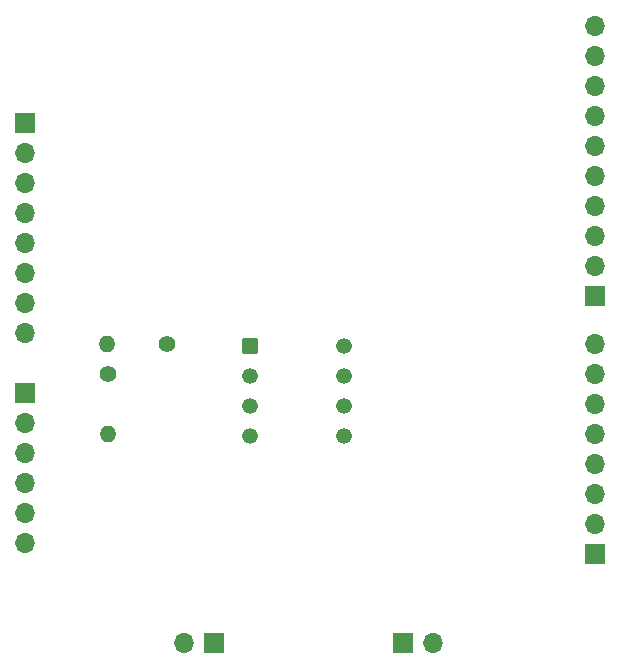
<source format=gbr>
%TF.GenerationSoftware,KiCad,Pcbnew,9.0.0*%
%TF.CreationDate,2025-03-04T19:19:52+01:00*%
%TF.ProjectId,ProgrammingBoard,50726f67-7261-46d6-9d69-6e67426f6172,rev?*%
%TF.SameCoordinates,Original*%
%TF.FileFunction,Soldermask,Top*%
%TF.FilePolarity,Negative*%
%FSLAX46Y46*%
G04 Gerber Fmt 4.6, Leading zero omitted, Abs format (unit mm)*
G04 Created by KiCad (PCBNEW 9.0.0) date 2025-03-04 19:19:52*
%MOMM*%
%LPD*%
G01*
G04 APERTURE LIST*
G04 Aperture macros list*
%AMRoundRect*
0 Rectangle with rounded corners*
0 $1 Rounding radius*
0 $2 $3 $4 $5 $6 $7 $8 $9 X,Y pos of 4 corners*
0 Add a 4 corners polygon primitive as box body*
4,1,4,$2,$3,$4,$5,$6,$7,$8,$9,$2,$3,0*
0 Add four circle primitives for the rounded corners*
1,1,$1+$1,$2,$3*
1,1,$1+$1,$4,$5*
1,1,$1+$1,$6,$7*
1,1,$1+$1,$8,$9*
0 Add four rect primitives between the rounded corners*
20,1,$1+$1,$2,$3,$4,$5,0*
20,1,$1+$1,$4,$5,$6,$7,0*
20,1,$1+$1,$6,$7,$8,$9,0*
20,1,$1+$1,$8,$9,$2,$3,0*%
G04 Aperture macros list end*
%ADD10RoundRect,0.102000X-0.565000X-0.565000X0.565000X-0.565000X0.565000X0.565000X-0.565000X0.565000X0*%
%ADD11C,1.334000*%
%ADD12C,1.400000*%
%ADD13O,1.400000X1.400000*%
%ADD14R,1.700000X1.700000*%
%ADD15O,1.700000X1.700000*%
G04 APERTURE END LIST*
D10*
%TO.C,U1*%
X172060000Y-105880000D03*
D11*
X172060000Y-108420000D03*
X172060000Y-110960000D03*
X172060000Y-113500000D03*
X180000000Y-113500000D03*
X180000000Y-110960000D03*
X180000000Y-108420000D03*
X180000000Y-105880000D03*
%TD*%
D12*
%TO.C,R2*%
X165030000Y-105690000D03*
D13*
X159950000Y-105690000D03*
%TD*%
D12*
%TO.C,R1*%
X160030000Y-108190000D03*
D13*
X160030000Y-113270000D03*
%TD*%
D14*
%TO.C,J6*%
X153010000Y-86940000D03*
D15*
X153010000Y-89480000D03*
X153010000Y-92020000D03*
X153010000Y-94560000D03*
X153010000Y-97100000D03*
X153010000Y-99640000D03*
X153010000Y-102180000D03*
X153010000Y-104720000D03*
%TD*%
D14*
%TO.C,J5*%
X153000000Y-109800000D03*
D15*
X153000000Y-112340000D03*
X153000000Y-114880000D03*
X153000000Y-117420000D03*
X153000000Y-119960000D03*
X153000000Y-122500000D03*
%TD*%
D14*
%TO.C,J4*%
X201270000Y-101640000D03*
D15*
X201270000Y-99100000D03*
X201270000Y-96560000D03*
X201270000Y-94020000D03*
X201270000Y-91480000D03*
X201270000Y-88940000D03*
X201270000Y-86400000D03*
X201270000Y-83860000D03*
X201270000Y-81320000D03*
X201270000Y-78780000D03*
%TD*%
D14*
%TO.C,J3*%
X201260000Y-123480000D03*
D15*
X201260000Y-120940000D03*
X201260000Y-118400000D03*
X201260000Y-115860000D03*
X201260000Y-113320000D03*
X201260000Y-110780000D03*
X201260000Y-108240000D03*
X201260000Y-105700000D03*
%TD*%
D14*
%TO.C,J2*%
X169000000Y-131000000D03*
D15*
X166460000Y-131000000D03*
%TD*%
D14*
%TO.C,J1*%
X185000000Y-131000000D03*
D15*
X187540000Y-131000000D03*
%TD*%
M02*

</source>
